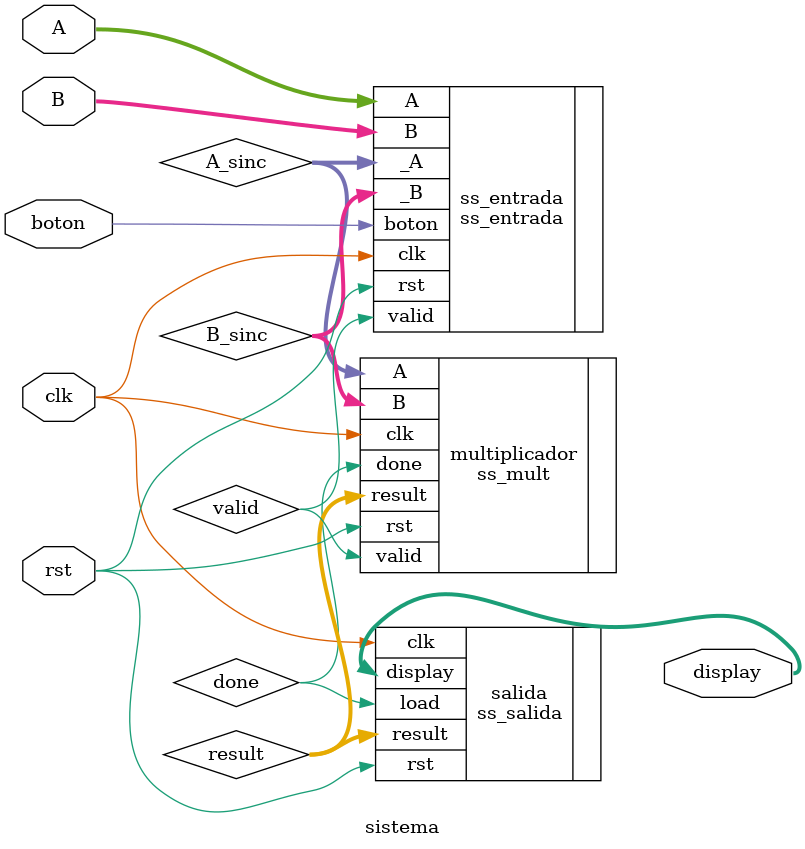
<source format=sv>
module sistema (
	input logic clk,
	input logic rst,
	//sistema lectura
	input logic [3:0] A,
	input logic [3:0] B,
	input logic boton,
	//salida display
	output logic [7:0] display
);
//conexion entre sistema de lectura y multiplicacion
logic valid;
logic [3:0] A_sinc;
logic [3:0] B_sinc;

//conexion entre sistema de multiplicacion y de salida
logic done;
logic [7:0] result;

ss_entrada ss_entrada (
	.clk(clk),
	.rst(rst),	
	//entradas del sistema
	.A(A),
	.B(B),
	.boton(boton),
	//salidas para el subsistema que multiplica
	.valid(valid),
	._A(A_sinc),
	._B(B_sinc)
);

ss_mult multiplicador(
	.clk(clk),
	.rst(rst),
	//entradas del sistema de lectura
	.valid(valid),
	.A(A_sinc),
	.B(B_sinc),
	//salidas para el sistema de resultados
	.done(done),
	.result(result)
);

ss_salida salida(
	.clk(clk),
	.rst(rst),
	//entrada del sistema de multiplicacion
	.result(result),
	.load(done),
	//salida del sistema
	.display(display)
);

endmodule

</source>
